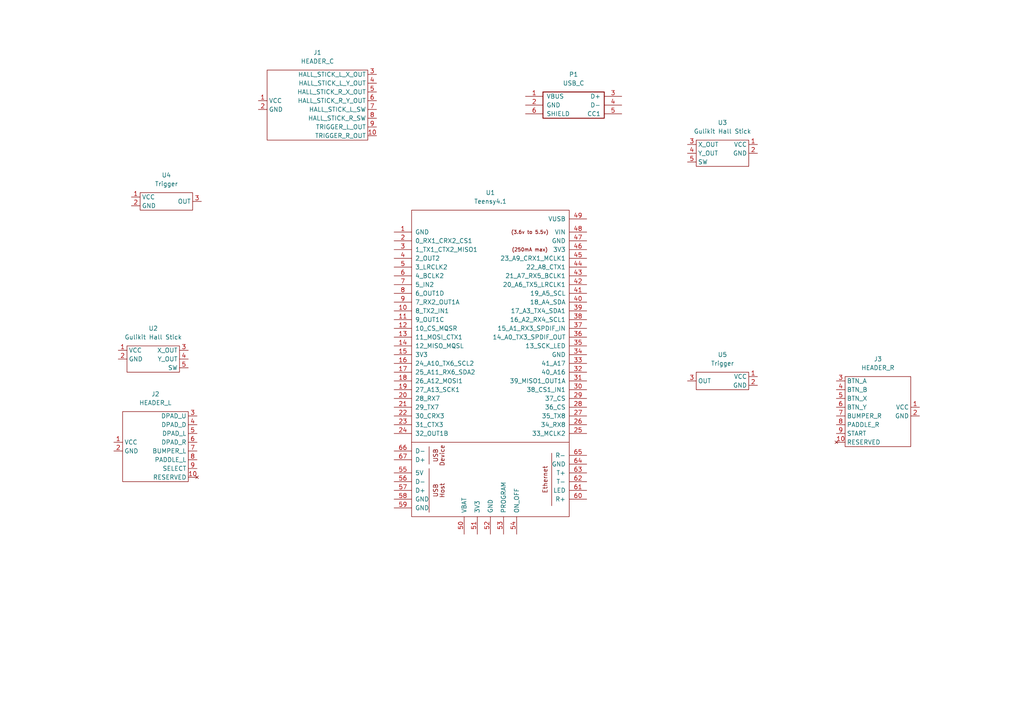
<source format=kicad_sch>
(kicad_sch (version 20250114) (generator "eeschema") (generator_version "9.0")
  (paper "A4")
  (lib_symbols
    (symbol "Custom_Controller:HALL_STICK"
      (property "Reference" "U" (at 0 6.35 0))
      (property "Value" "Gulikit Hall Stick" (at 0 -6.35 0))
      (symbol "HALL_STICK_0_1"
        (rectangle (start -7.62 3.81) (end 7.62 -3.81))
      )
      (symbol "HALL_STICK_1_1"
        (pin power_in line (at -10.16 2.54 0) (length 2.54) (name "VCC") (number "1"))
        (pin power_in line (at -10.16 0 0) (length 2.54) (name "GND") (number "2"))
        (pin output line (at 10.16 2.54 180) (length 2.54) (name "X_OUT") (number "3"))
        (pin output line (at 10.16 0 180) (length 2.54) (name "Y_OUT") (number "4"))
        (pin passive line (at 10.16 -2.54 180) (length 2.54) (name "SW") (number "5"))
      )
    )
    (symbol "Custom_Controller:HEADER_C"
      (property "Reference" "J" (at 0 12.954 0))
      (property "Value" "HEADER_C" (at 0 -12.954 0))
      (symbol "HEADER_C_0_0"
        (pin power_in line (at -8.89 1.27 0) (length 2.54) (name "VCC") (number "1"))
        (pin power_in line (at -8.89 -1.27 0) (length 2.54) (name "GND") (number "2"))
        (pin output line (at 25.4 8.89 180) (length 2.54) (name "HALL_STICK_L_X_OUT") (number "3"))
      )
      (symbol "HEADER_C_0_1"
        (rectangle (start -6.35 10.16) (end 22.86 -10.16))
      )
      (symbol "HEADER_C_1_0"
        (pin output line (at 25.4 6.35 180) (length 2.54) (name "HALL_STICK_L_Y_OUT") (number "4"))
        (pin output line (at 25.4 3.81 180) (length 2.54) (name "HALL_STICK_R_X_OUT") (number "5"))
        (pin output line (at 25.4 1.27 180) (length 2.54) (name "HALL_STICK_R_Y_OUT") (number "6"))
        (pin passive line (at 25.4 -1.27 180) (length 2.54) (name "HALL_STICK_L_SW") (number "7"))
        (pin passive line (at 25.4 -3.81 180) (length 2.54) (name "HALL_STICK_R_SW") (number "8"))
        (pin output line (at 25.4 -6.35 180) (length 2.54) (name "TRIGGER_L_OUT") (number "9"))
        (pin output line (at 25.4 -8.89 180) (length 2.54) (name "TRIGGER_R_OUT") (number "10"))
      )
    )
    (symbol "Custom_Controller:HEADER_L"
      (property "Reference" "J" (at 0 12.954 0))
      (property "Value" "HEADER_L" (at 0 -12.954 0))
      (symbol "HEADER_L_0_0"
        (pin power_in line (at -8.89 1.27 0) (length 2.54) (name "VCC") (number "1"))
        (pin power_in line (at -8.89 -1.27 0) (length 2.54) (name "GND") (number "2"))
      )
      (symbol "HEADER_L_0_1"
        (rectangle (start -6.35 10.16) (end 12.7 -10.16))
      )
      (symbol "HEADER_L_1_0"
        (pin passive line (at 15.24 8.89 180) (length 2.54) (name "DPAD_U") (number "3"))
        (pin passive line (at 15.24 6.35 180) (length 2.54) (name "DPAD_D") (number "4"))
        (pin passive line (at 15.24 3.81 180) (length 2.54) (name "DPAD_L") (number "5"))
        (pin passive line (at 15.24 1.27 180) (length 2.54) (name "DPAD_R") (number "6"))
        (pin passive line (at 15.24 -1.27 180) (length 2.54) (name "BUMPER_L") (number "7"))
        (pin passive line (at 15.24 -3.81 180) (length 2.54) (name "PADDLE_L") (number "8"))
        (pin passive line (at 15.24 -6.35 180) (length 2.54) (name "SELECT") (number "9"))
        (pin no_connect line (at 15.24 -8.89 180) (length 2.54) (name "RESERVED") (number "10"))
      )
    )
    (symbol "Custom_Controller:HEADER_R"
      (property "Reference" "J" (at 0 12.954 0))
      (property "Value" "HEADER_R" (at 0 -12.954 0))
      (symbol "HEADER_R_0_0"
        (pin power_in line (at -8.89 1.27 0) (length 2.54) (name "VCC") (number "1"))
        (pin power_in line (at -8.89 -1.27 0) (length 2.54) (name "GND") (number "2"))
      )
      (symbol "HEADER_R_0_1"
        (rectangle (start -6.35 10.16) (end 12.7 -10.16))
      )
      (symbol "HEADER_R_1_0"
        (pin passive line (at 15.24 8.89 180) (length 2.54) (name "BTN_A") (number "3"))
        (pin passive line (at 15.24 6.35 180) (length 2.54) (name "BTN_B") (number "4"))
        (pin passive line (at 15.24 3.81 180) (length 2.54) (name "BTN_X") (number "5"))
        (pin passive line (at 15.24 1.27 180) (length 2.54) (name "BTN_Y") (number "6"))
        (pin passive line (at 15.24 -1.27 180) (length 2.54) (name "BUMPER_R") (number "7"))
        (pin passive line (at 15.24 -3.81 180) (length 2.54) (name "PADDLE_R") (number "8"))
        (pin passive line (at 15.24 -6.35 180) (length 2.54) (name "START") (number "9"))
        (pin no_connect line (at 15.24 -8.89 180) (length 2.54) (name "RESERVED") (number "10"))
      )
    )
    (symbol "Custom_Controller:TRIGGER"
      (property "Reference" "U" (at 0 5.08 0))
      (property "Value" "Trigger" (at 0 -5.08 0))
      (symbol "TRIGGER_0_1"
        (rectangle (start -7.62 2.54) (end 7.62 -2.54))
      )
      (symbol "TRIGGER_1_1"
        (pin power_in line (at -10.16 1.27 0) (length 2.54) (name "VCC") (number "1"))
        (pin power_in line (at -10.16 -1.27 0) (length 2.54) (name "GND") (number "2"))
        (pin output line (at 10.16 0 180) (length 2.54) (name "OUT") (number "3"))
      )
    )
    (symbol "Custom_Controller:USB_C" (pin_names (offset 1.016))
      (property "Reference" "P" (at -0.508 14.224 0))
      (property "Value" "USB_C" (at 0.254 2.032 0))
      (symbol "USB_C_0_1"
        (rectangle (start -10.16 12.7) (end 7.62 5.08) (stroke (width 0.254)))
      )
      (symbol "USB_C_1_1"
        (pin power_in line (at -15.24 11.43 0) (length 5.08) (name "VBUS") (number "1"))
        (pin power_in line (at -15.24 8.89 0) (length 5.08) (name "GND") (number "2"))
        (pin passive line (at -15.24 6.35 0) (length 5.08) (name "SHIELD") (number "6"))
        (pin bidirectional line (at 12.7 11.43 180) (length 5.08) (name "D+") (number "3"))
        (pin bidirectional line (at 12.7 8.89 180) (length 5.08) (name "D-") (number "4"))
        (pin passive line (at 12.7 6.35 180) (length 5.08) (name "CC1") (number "5"))
      )
    )
    (symbol "teensy:Teensy4.1" (pin_names (offset 1.016))
      (property "Reference" "U" (at 0 64.77 0))
      (property "Value" "Teensy4.1" (at 0 62.23 0))
      (symbol "Teensy4.1_0_0"
        (polyline (pts (xy -22.86 -6.35) (xy 22.86 -6.35)))
        (polyline (pts (xy -17.78 -7.62) (xy -17.78 -12.7)))
        (polyline (pts (xy -17.78 -26.67) (xy -17.78 -13.97)))
        (polyline (pts (xy 17.78 -9.525) (xy 17.78 -24.765)))
        (text "USB" (at -15.875 -10.16 900) (effects (font (size 1.27 1.27))))
        (text "USB" (at -15.875 -20.32 900) (effects (font (size 1.27 1.27))))
        (text "Device" (at -13.97 -10.16 900) (effects (font (size 1.27 1.27))))
        (text "Host" (at -13.97 -20.32 900) (effects (font (size 1.27 1.27))))
        (text "(3.6v to 5.5v)" (at 11.43 54.61 0) (effects (font (size 1.016 1.016))))
        (text "(250mA max)" (at 11.43 49.53 0) (effects (font (size 1.016 1.016))))
        (text "Ethernet" (at 15.875 -17.145 900) (effects (font (size 1.27 1.27))))
        (pin bidirectional line (at -27.94 44.45 0) (length 5.08) (name "3_LRCLK2") (number "5"))
        (pin bidirectional line (at -27.94 41.91 0) (length 5.08) (name "4_BCLK2") (number "6"))
        (pin bidirectional line (at -27.94 39.37 0) (length 5.08) (name "5_IN2") (number "7"))
        (pin bidirectional line (at -27.94 36.83 0) (length 5.08) (name "6_OUT1D") (number "8"))
        (pin bidirectional line (at -27.94 34.29 0) (length 5.08) (name "7_RX2_OUT1A") (number "9"))
        (pin bidirectional line (at -27.94 31.75 0) (length 5.08) (name "8_TX2_IN1") (number "10"))
        (pin bidirectional line (at -27.94 29.21 0) (length 5.08) (name "9_OUT1C") (number "11"))
        (pin bidirectional line (at -27.94 26.67 0) (length 5.08) (name "10_CS_MQSR") (number "12"))
        (pin bidirectional line (at -27.94 24.13 0) (length 5.08) (name "11_MOSI_CTX1") (number "13"))
        (pin bidirectional line (at -27.94 21.59 0) (length 5.08) (name "12_MISO_MQSL") (number "14"))
        (pin power_in line (at -27.94 19.05 0) (length 5.08) (name "3V3") (number "15"))
        (pin bidirectional line (at -27.94 16.51 0) (length 5.08) (name "24_A10_TX6_SCL2") (number "16"))
        (pin bidirectional line (at -27.94 13.97 0) (length 5.08) (name "25_A11_RX6_SDA2") (number "17"))
        (pin bidirectional line (at -27.94 11.43 0) (length 5.08) (name "26_A12_MOSI1") (number "18"))
        (pin bidirectional line (at -27.94 8.89 0) (length 5.08) (name "27_A13_SCK1") (number "19"))
        (pin bidirectional line (at -27.94 6.35 0) (length 5.08) (name "28_RX7") (number "20"))
        (pin bidirectional line (at -27.94 3.81 0) (length 5.08) (name "29_TX7") (number "21"))
        (pin bidirectional line (at -27.94 1.27 0) (length 5.08) (name "30_CRX3") (number "22"))
        (pin bidirectional line (at -27.94 -1.27 0) (length 5.08) (name "31_CTX3") (number "23"))
        (pin bidirectional line (at -27.94 -3.81 0) (length 5.08) (name "32_OUT1B") (number "24"))
        (pin bidirectional line (at -27.94 -8.89 0) (length 5.08) (name "D-") (number "66"))
        (pin bidirectional line (at -27.94 -11.43 0) (length 5.08) (name "D+") (number "67"))
        (pin power_out line (at -27.94 -15.24 0) (length 5.08) (name "5V") (number "55"))
        (pin bidirectional line (at -27.94 -17.78 0) (length 5.08) (name "D-") (number "56"))
        (pin bidirectional line (at -27.94 -20.32 0) (length 5.08) (name "D+") (number "57"))
        (pin power_in line (at -27.94 -22.86 0) (length 5.08) (name "GND") (number "58"))
        (pin power_in line (at -27.94 -25.4 0) (length 5.08) (name "GND") (number "59"))
        (pin power_in line (at -7.62 -33.02 90) (length 5.08) (name "VBAT") (number "50"))
        (pin power_in line (at -3.81 -33.02 90) (length 5.08) (name "3V3") (number "51"))
        (pin input line (at 0 -33.02 90) (length 5.08) (name "GND") (number "52"))
        (pin input line (at 3.81 -33.02 90) (length 5.08) (name "PROGRAM") (number "53"))
        (pin input line (at 7.62 -33.02 90) (length 5.08) (name "ON_OFF") (number "54"))
        (pin power_out line (at 27.94 58.42 180) (length 5.08) (name "VUSB") (number "49"))
        (pin power_in line (at 27.94 54.61 180) (length 5.08) (name "VIN") (number "48"))
        (pin output line (at 27.94 52.07 180) (length 5.08) (name "GND") (number "47"))
        (pin output line (at 27.94 49.53 180) (length 5.08) (name "3V3") (number "46"))
        (pin bidirectional line (at 27.94 46.99 180) (length 5.08) (name "23_A9_CRX1_MCLK1") (number "45"))
        (pin bidirectional line (at 27.94 44.45 180) (length 5.08) (name "22_A8_CTX1") (number "44"))
        (pin bidirectional line (at 27.94 41.91 180) (length 5.08) (name "21_A7_RX5_BCLK1") (number "43"))
        (pin bidirectional line (at 27.94 39.37 180) (length 5.08) (name "20_A6_TX5_LRCLK1") (number "42"))
        (pin bidirectional line (at 27.94 36.83 180) (length 5.08) (name "19_A5_SCL") (number "41"))
        (pin bidirectional line (at 27.94 34.29 180) (length 5.08) (name "18_A4_SDA") (number "40"))
        (pin bidirectional line (at 27.94 31.75 180) (length 5.08) (name "17_A3_TX4_SDA1") (number "39"))
        (pin bidirectional line (at 27.94 29.21 180) (length 5.08) (name "16_A2_RX4_SCL1") (number "38"))
        (pin bidirectional line (at 27.94 26.67 180) (length 5.08) (name "15_A1_RX3_SPDIF_IN") (number "37"))
        (pin bidirectional line (at 27.94 24.13 180) (length 5.08) (name "14_A0_TX3_SPDIF_OUT") (number "36"))
        (pin bidirectional line (at 27.94 21.59 180) (length 5.08) (name "13_SCK_LED") (number "35"))
        (pin bidirectional line (at 27.94 16.51 180) (length 5.08) (name "41_A17") (number "33"))
        (pin bidirectional line (at 27.94 13.97 180) (length 5.08) (name "40_A16") (number "32"))
        (pin bidirectional line (at 27.94 11.43 180) (length 5.08) (name "39_MISO1_OUT1A") (number "31"))
        (pin bidirectional line (at 27.94 8.89 180) (length 5.08) (name "38_CS1_IN1") (number "30"))
        (pin bidirectional line (at 27.94 6.35 180) (length 5.08) (name "37_CS") (number "29"))
        (pin bidirectional line (at 27.94 3.81 180) (length 5.08) (name "36_CS") (number "28"))
        (pin bidirectional line (at 27.94 1.27 180) (length 5.08) (name "35_TX8") (number "27"))
        (pin bidirectional line (at 27.94 -1.27 180) (length 5.08) (name "34_RX8") (number "26"))
        (pin bidirectional line (at 27.94 -3.81 180) (length 5.08) (name "33_MCLK2") (number "25"))
        (pin bidirectional line (at 27.94 -10.16 180) (length 5.08) (name "R-") (number "65"))
        (pin power_in line (at 27.94 -12.7 180) (length 5.08) (name "GND") (number "64"))
        (pin bidirectional line (at 27.94 -15.24 180) (length 5.08) (name "T+") (number "63"))
        (pin bidirectional line (at 27.94 -17.78 180) (length 5.08) (name "T-") (number "62"))
        (pin bidirectional line (at 27.94 -20.32 180) (length 5.08) (name "LED") (number "61"))
        (pin bidirectional line (at 27.94 -22.86 180) (length 5.08) (name "R+") (number "60"))
      )
      (symbol "Teensy4.1_0_1"
        (rectangle (start -22.86 60.96) (end 22.86 -27.94))
        (rectangle (start -20.32 -1.27) (end -20.32 -1.27))
      )
      (symbol "Teensy4.1_1_1"
        (pin power_in line (at -27.94 54.61 0) (length 5.08) (name "GND") (number "1"))
        (pin bidirectional line (at -27.94 52.07 0) (length 5.08) (name "0_RX1_CRX2_CS1") (number "2"))
        (pin bidirectional line (at -27.94 49.53 0) (length 5.08) (name "1_TX1_CTX2_MISO1") (number "3"))
        (pin bidirectional line (at -27.94 46.99 0) (length 5.08) (name "2_OUT2") (number "4"))
        (pin power_in line (at 27.94 19.05 180) (length 5.08) (name "GND") (number "34"))
      )
    )
  )
  (symbol (lib_id "Custom_Controller:USB_C") (at 167.64 39.37 0) (unit 1)
    (property "Reference" "P1" (at 166.37 21.59 0))
    (property "Value" "USB_C" (at 166.37 24.13 0))
    (property "Datasheet" "https://www.usb.org/sites/default/files/documents/usb_type-c.zip" (effects (hide yes)))
    (property "Description" "USB 2.0-only Type-C Plug connector" (effects (hide yes)))
  )
  (symbol (lib_id "Custom_Controller:HALL_STICK") (at 44.45 104.14 0) (unit 1)
    (property "Reference" "U2" (at 44.45 95.25 0))
    (property "Value" "Gulikit Hall Stick" (at 44.45 97.79 0))
    (property "Description" "Hall Effect Analog Thumbstick with X/Y + Press" (effects (hide yes)))
  )
  (symbol (lib_id "Custom_Controller:HEADER_R") (at 257.81 119.38 0) (mirror y) (unit 1)
    (property "Reference" "J3" (at 254.635 104.14 0))
    (property "Value" "HEADER_R" (at 254.635 106.68 0))
  )
  (symbol (lib_id "teensy:Teensy4.1") (at 142.24 121.92 0) (unit 1)
    (property "Reference" "U1" (at 142.24 55.88 0))
    (property "Value" "Teensy4.1" (at 142.24 58.42 0))
  )
  (symbol (lib_id "Custom_Controller:HEADER_L") (at 41.91 129.54 0) (unit 1)
    (property "Reference" "J2" (at 45.085 114.3 0))
    (property "Value" "HEADER_L" (at 45.085 116.84 0))
  )
  (symbol (lib_id "Custom_Controller:HEADER_C") (at 83.82 30.48 0) (unit 1)
    (property "Reference" "J1" (at 92.075 15.24 0))
    (property "Value" "HEADER_C" (at 92.075 17.78 0))
  )
  (symbol (lib_id "Custom_Controller:TRIGGER") (at 48.26 58.42 0) (unit 1)
    (property "Reference" "U4" (at 48.26 50.8 0))
    (property "Value" "Trigger" (at 48.26 53.34 0))
    (property "Description" "Analog Trigger" (effects (hide yes)))
  )
  (symbol (lib_id "Custom_Controller:TRIGGER") (at 209.55 110.49 0) (mirror y) (unit 1)
    (property "Reference" "U5" (at 209.55 102.87 0))
    (property "Value" "Trigger" (at 209.55 105.41 0))
    (property "Description" "Analog Trigger" (effects (hide yes)))
  )
  (symbol (lib_id "Custom_Controller:HALL_STICK") (at 209.55 44.45 0) (mirror y) (unit 1)
    (property "Reference" "U3" (at 209.55 35.56 0))
    (property "Value" "Gulikit Hall Stick" (at 209.55 38.1 0))
    (property "Description" "Hall Effect Analog Thumbstick with X/Y + Press" (effects (hide yes)))
  )
)
</source>
